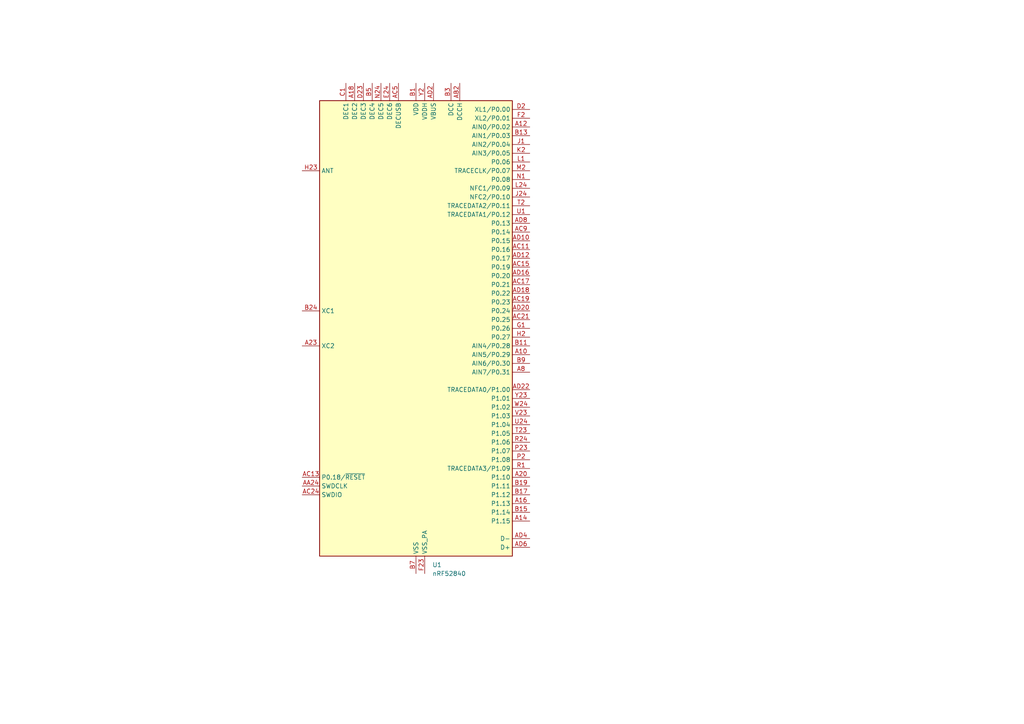
<source format=kicad_sch>
(kicad_sch (version 20231120) (generator "eeschema") (generator_version "8.0")
  (paper "A4")
  (lib_symbols
    (symbol "MCU_Nordic:nRF52840"
      (property "Reference" "U" (at 0 5.08 0))
      (property "Value" "nRF52840" (at 0 2.54 0))
      (symbol "nRF52840_0_1"
        (rectangle (start -27.94 66.04) (end 27.94 -66.04) (stroke (width 0.254)) (fill (type background)))
      )
      (symbol "nRF52840_1_1"
        (pin bidirectional line (at 33.02 -7.62 180) (length 5.08) (name "AIN5/P0.29") (number "A10"))
        (pin bidirectional line (at 33.02 58.42 180) (length 5.08) (name "AIN0/P0.02") (number "A12"))
        (pin bidirectional line (at 33.02 -55.88 180) (length 5.08) (name "P1.15") (number "A14"))
        (pin bidirectional line (at 33.02 -50.8 180) (length 5.08) (name "P1.13") (number "A16"))
        (pin passive line (at -17.78 71.12 270) (length 5.08) (name "DEC2") (number "A18"))
        (pin bidirectional line (at 33.02 -43.18 180) (length 5.08) (name "P1.10") (number "A20"))
        (pin passive line (at 0 71.12 270) (length 5.08) hide (name "VDD") (number "A22"))
        (pin input line (at -33.02 -5.08 0) (length 5.08) (name "XC2") (number "A23"))
        (pin bidirectional line (at 33.02 -12.7 180) (length 5.08) (name "AIN7/P0.31") (number "A8"))
        (pin input line (at -33.02 -45.72 0) (length 5.08) (name "SWDCLK") (number "AA24"))
        (pin power_out line (at 12.7 71.12 270) (length 5.08) (name "DCCH") (number "AB2"))
        (pin bidirectional line (at 33.02 22.86 180) (length 5.08) (name "P0.16") (number "AC11"))
        (pin bidirectional line (at -33.02 -43.18 0) (length 5.08) (name "P0.18/~{RESET}") (number "AC13"))
        (pin bidirectional line (at 33.02 17.78 180) (length 5.08) (name "P0.19") (number "AC15"))
        (pin bidirectional line (at 33.02 12.7 180) (length 5.08) (name "P0.21") (number "AC17"))
        (pin bidirectional line (at 33.02 7.62 180) (length 5.08) (name "P0.23") (number "AC19"))
        (pin bidirectional line (at 33.02 2.54 180) (length 5.08) (name "P0.25") (number "AC21"))
        (pin bidirectional line (at -33.02 -48.26 0) (length 5.08) (name "SWDIO") (number "AC24"))
        (pin passive line (at -5.08 71.12 270) (length 5.08) (name "DECUSB") (number "AC5"))
        (pin bidirectional line (at 33.02 27.94 180) (length 5.08) (name "P0.14") (number "AC9"))
        (pin bidirectional line (at 33.02 25.4 180) (length 5.08) (name "P0.15") (number "AD10"))
        (pin bidirectional line (at 33.02 20.32 180) (length 5.08) (name "P0.17") (number "AD12"))
        (pin passive line (at 0 71.12 270) (length 5.08) hide (name "VDD") (number "AD14"))
        (pin bidirectional line (at 33.02 15.24 180) (length 5.08) (name "P0.20") (number "AD16"))
        (pin bidirectional line (at 33.02 10.16 180) (length 5.08) (name "P0.22") (number "AD18"))
        (pin power_in line (at 5.08 71.12 270) (length 5.08) (name "VBUS") (number "AD2"))
        (pin bidirectional line (at 33.02 5.08 180) (length 5.08) (name "P0.24") (number "AD20"))
        (pin bidirectional line (at 33.02 -17.78 180) (length 5.08) (name "TRACEDATA0/P1.00") (number "AD22"))
        (pin passive line (at 0 71.12 270) (length 5.08) hide (name "VDD") (number "AD23"))
        (pin bidirectional line (at 33.02 -60.96 180) (length 5.08) (name "D-") (number "AD4"))
        (pin bidirectional line (at 33.02 -63.5 180) (length 5.08) (name "D+") (number "AD6"))
        (pin bidirectional line (at 33.02 30.48 180) (length 5.08) (name "P0.13") (number "AD8"))
        (pin power_in line (at 0 71.12 270) (length 5.08) (name "VDD") (number "B1"))
        (pin bidirectional line (at 33.02 -5.08 180) (length 5.08) (name "AIN4/P0.28") (number "B11"))
        (pin bidirectional line (at 33.02 55.88 180) (length 5.08) (name "AIN1/P0.03") (number "B13"))
        (pin bidirectional line (at 33.02 -53.34 180) (length 5.08) (name "P1.14") (number "B15"))
        (pin bidirectional line (at 33.02 -48.26 180) (length 5.08) (name "P1.12") (number "B17"))
        (pin bidirectional line (at 33.02 -45.72 180) (length 5.08) (name "P1.11") (number "B19"))
        (pin input line (at -33.02 5.08 0) (length 5.08) (name "XC1") (number "B24"))
        (pin power_out line (at 10.16 71.12 270) (length 5.08) (name "DCC") (number "B3"))
        (pin passive line (at -12.7 71.12 270) (length 5.08) (name "DEC4") (number "B5"))
        (pin power_in line (at 0 -71.12 90) (length 5.08) (name "VSS") (number "B7"))
        (pin bidirectional line (at 33.02 -10.16 180) (length 5.08) (name "AIN6/P0.30") (number "B9"))
        (pin passive line (at -20.32 71.12 270) (length 5.08) (name "DEC1") (number "C1"))
        (pin bidirectional line (at 33.02 63.5 180) (length 5.08) (name "XL1/P0.00") (number "D2"))
        (pin passive line (at -15.24 71.12 270) (length 5.08) (name "DEC3") (number "D23"))
        (pin passive line (at -7.62 71.12 270) (length 5.08) (name "DEC6") (number "E24"))
        (pin passive line (at 0 -71.12 90) (length 5.08) hide (name "VSS") (number "EP"))
        (pin bidirectional line (at 33.02 60.96 180) (length 5.08) (name "XL2/P0.01") (number "F2"))
        (pin power_in line (at 2.54 -71.12 90) (length 5.08) (name "VSS_PA") (number "F23"))
        (pin bidirectional line (at 33.02 0 180) (length 5.08) (name "P0.26") (number "G1"))
        (pin bidirectional line (at 33.02 -2.54 180) (length 5.08) (name "P0.27") (number "H2"))
        (pin passive line (at -33.02 45.72 0) (length 5.08) (name "ANT") (number "H23"))
        (pin bidirectional line (at 33.02 53.34 180) (length 5.08) (name "AIN2/P0.04") (number "J1"))
        (pin bidirectional line (at 33.02 38.1 180) (length 5.08) (name "NFC2/P0.10") (number "J24"))
        (pin bidirectional line (at 33.02 50.8 180) (length 5.08) (name "AIN3/P0.05") (number "K2"))
        (pin bidirectional line (at 33.02 48.26 180) (length 5.08) (name "P0.06") (number "L1"))
        (pin bidirectional line (at 33.02 40.64 180) (length 5.08) (name "NFC1/P0.09") (number "L24"))
        (pin bidirectional line (at 33.02 45.72 180) (length 5.08) (name "TRACECLK/P0.07") (number "M2"))
        (pin bidirectional line (at 33.02 43.18 180) (length 5.08) (name "P0.08") (number "N1"))
        (pin passive line (at -10.16 71.12 270) (length 5.08) (name "DEC5") (number "N24"))
        (pin bidirectional line (at 33.02 -38.1 180) (length 5.08) (name "P1.08") (number "P2"))
        (pin bidirectional line (at 33.02 -35.56 180) (length 5.08) (name "P1.07") (number "P23"))
        (pin bidirectional line (at 33.02 -40.64 180) (length 5.08) (name "TRACEDATA3/P1.09") (number "R1"))
        (pin bidirectional line (at 33.02 -33.02 180) (length 5.08) (name "P1.06") (number "R24"))
        (pin bidirectional line (at 33.02 35.56 180) (length 5.08) (name "TRACEDATA2/P0.11") (number "T2"))
        (pin bidirectional line (at 33.02 -30.48 180) (length 5.08) (name "P1.05") (number "T23"))
        (pin bidirectional line (at 33.02 33.02 180) (length 5.08) (name "TRACEDATA1/P0.12") (number "U1"))
        (pin bidirectional line (at 33.02 -27.94 180) (length 5.08) (name "P1.04") (number "U24"))
        (pin bidirectional line (at 33.02 -25.4 180) (length 5.08) (name "P1.03") (number "V23"))
        (pin passive line (at 0 71.12 270) (length 5.08) hide (name "VDD") (number "W1"))
        (pin bidirectional line (at 33.02 -22.86 180) (length 5.08) (name "P1.02") (number "W24"))
        (pin power_in line (at 2.54 71.12 270) (length 5.08) (name "VDDH") (number "Y2"))
        (pin bidirectional line (at 33.02 -20.32 180) (length 5.08) (name "P1.01") (number "Y23"))
      )
    )
  )
  (symbol (lib_id "MCU_Nordic:nRF52840") (at 120.65 95.25 0) (unit 1)
    (property "Reference" "U1" (at 125.3841 163.83 0) (effects (justify left)))
    (property "Value" "nRF52840" (at 125.3841 166.37 0) (effects (justify left)))
    (property "Footprint" "Package_DFN_QFN:Nordic_AQFN-73-1EP_7x7mm_P0.5mm" (effects (hide yes)))
    (property "Datasheet" "http://infocenter.nordicsemi.com/topic/com.nordic.infocenter.nrf52/dita/nrf52/chips/nrf52840.html" (effects (hide yes)))
    (property "Description" "Multiprotocol BLE/ANT/2.4 GHz/802.15.4 Cortex-M4F SoC, AQFN-73" (effects (hide yes)))
  )
)
</source>
